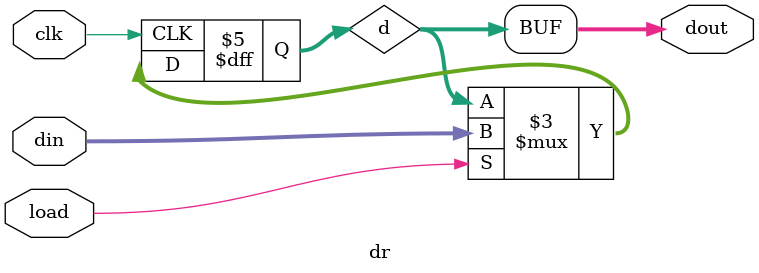
<source format=v>
module dr(clk,load,din,dout);
  input clk,load;
  input [7:0] din;
  output [7:0] dout;
  
  reg [7:0] d;
  
  assign dout = d;
  
  always @(posedge clk)
  begin
    if(load)
      d = din;
  end
  
endmodule

</source>
